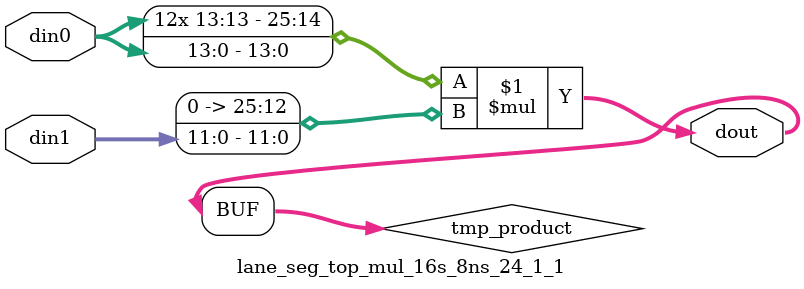
<source format=v>

`timescale 1 ns / 1 ps

  module lane_seg_top_mul_16s_8ns_24_1_1(din0, din1, dout);
parameter ID = 1;
parameter NUM_STAGE = 0;
parameter din0_WIDTH = 14;
parameter din1_WIDTH = 12;
parameter dout_WIDTH = 26;

input [din0_WIDTH - 1 : 0] din0; 
input [din1_WIDTH - 1 : 0] din1; 
output [dout_WIDTH - 1 : 0] dout;

wire signed [dout_WIDTH - 1 : 0] tmp_product;












assign tmp_product = $signed(din0) * $signed({1'b0, din1});









assign dout = tmp_product;







endmodule

</source>
